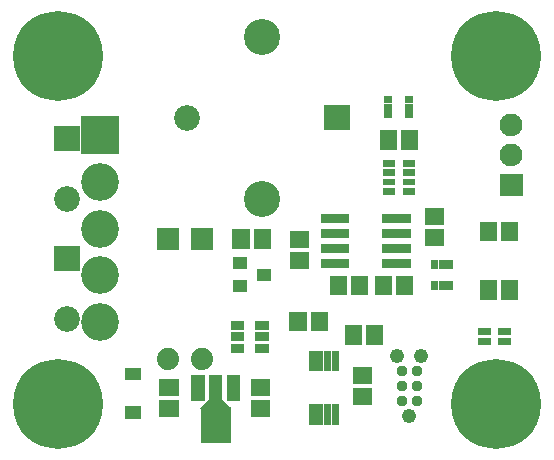
<source format=gbr>
G04 start of page 7 for group -4063 idx -4063 *
G04 Title: (unknown), componentmask *
G04 Creator: pcb 20140316 *
G04 CreationDate: Thu 21 Jan 2016 04:01:36 PM GMT UTC *
G04 For: ndholmes *
G04 Format: Gerber/RS-274X *
G04 PCB-Dimensions (mil): 1800.00 1500.00 *
G04 PCB-Coordinate-Origin: lower left *
%MOIN*%
%FSLAX25Y25*%
%LNTOPMASK*%
%ADD78R,0.1005X0.1005*%
%ADD77R,0.0420X0.0420*%
%ADD76R,0.0438X0.0438*%
%ADD75R,0.0230X0.0230*%
%ADD74C,0.0370*%
%ADD73R,0.0400X0.0400*%
%ADD72R,0.0227X0.0227*%
%ADD71R,0.0235X0.0235*%
%ADD70R,0.0300X0.0300*%
%ADD69R,0.0572X0.0572*%
%ADD68C,0.1260*%
%ADD67C,0.0860*%
%ADD66C,0.0760*%
%ADD65C,0.2997*%
%ADD64C,0.0490*%
%ADD63C,0.0740*%
%ADD62C,0.1200*%
%ADD61C,0.0001*%
G54D61*G36*
X105700Y116800D02*Y108200D01*
X114300D01*
Y116800D01*
X105700D01*
G37*
G54D62*X85000Y85500D03*
Y139500D03*
G54D63*X53500Y32000D03*
G54D64*X134000Y13000D03*
X130000Y33000D03*
X138000D03*
G54D63*X65000Y32000D03*
G54D65*X163000Y133000D03*
G54D61*G36*
X164200Y93800D02*Y86200D01*
X171800D01*
Y93800D01*
X164200D01*
G37*
G54D66*X168000Y100000D03*
Y110000D03*
G54D65*X163000Y17000D03*
G54D61*G36*
X61300Y75700D02*Y68300D01*
X68700D01*
Y75700D01*
X61300D01*
G37*
G54D67*X60000Y112500D03*
G54D65*X17000Y133000D03*
G54D61*G36*
X24700Y113000D02*Y100400D01*
X37300D01*
Y113000D01*
X24700D01*
G37*
G54D68*X31000Y91100D03*
G54D61*G36*
X15700Y109800D02*Y101200D01*
X24300D01*
Y109800D01*
X15700D01*
G37*
G54D65*X17000Y17000D03*
G54D68*X31000Y75500D03*
Y59900D03*
Y44300D03*
G54D61*G36*
X15700Y69800D02*Y61200D01*
X24300D01*
Y69800D01*
X15700D01*
G37*
G54D67*X20000Y45500D03*
Y85500D03*
G54D61*G36*
X49800Y75700D02*Y68300D01*
X57200D01*
Y75700D01*
X49800D01*
G37*
G54D69*X142107Y72500D02*X142893D01*
X142107Y79586D02*X142893D01*
G54D70*X126500Y69000D02*X133000D01*
X126500Y74000D02*X133000D01*
X126500Y79000D02*X133000D01*
G54D71*X145000Y63740D02*Y63287D01*
X142440Y63740D02*Y63287D01*
G54D69*X134086Y105393D02*Y104607D01*
X127000Y105393D02*Y104607D01*
G54D71*X126760Y118560D02*X127213D01*
X126760Y116000D02*X127213D01*
X126760Y113440D02*X127213D01*
X133787D02*X134240D01*
X133787Y116000D02*X134240D01*
X133787Y118560D02*X134240D01*
G54D72*X126369Y97299D02*X128239D01*
X126369Y94150D02*X128239D01*
X126369Y91000D02*X128239D01*
X126369Y87851D02*X128239D01*
X133065D02*X134935D01*
X133065Y91000D02*X134935D01*
X133065Y94150D02*X134935D01*
X133065Y97299D02*X134935D01*
G54D71*X142440Y56713D02*Y56260D01*
X145000Y56713D02*Y56260D01*
X147560Y56713D02*Y56260D01*
G54D69*X167543Y55393D02*Y54607D01*
X160457Y55393D02*Y54607D01*
G54D71*X147560Y63740D02*Y63287D01*
G54D69*X167543Y74893D02*Y74107D01*
X160457Y74893D02*Y74107D01*
G54D72*X158217Y41075D02*X160087D01*
X164913D02*X166783D01*
X158217Y37925D02*X160087D01*
X164913D02*X166783D01*
G54D69*X125457Y56893D02*Y56107D01*
X132543Y56893D02*Y56107D01*
G54D70*X126500Y64000D02*X133000D01*
G54D69*X117543Y56893D02*Y56107D01*
X110457Y56893D02*Y56107D01*
G54D70*X106000Y79000D02*X112500D01*
X106000Y74000D02*X112500D01*
X106000Y69000D02*X112500D01*
X106000Y64000D02*X112500D01*
G54D69*X97021Y72000D02*X97807D01*
X97021Y64914D02*X97807D01*
G54D73*X77200Y64000D02*X77800D01*
X77200Y56200D02*X77800D01*
X85400Y60100D02*X86000D01*
G54D69*X77957Y72393D02*Y71607D01*
X85043Y72393D02*Y71607D01*
X118107Y19457D02*X118893D01*
X118107Y26543D02*X118893D01*
G54D74*X136500Y18000D03*
X131500D03*
X136500Y23000D03*
X131500D03*
X136500Y28000D03*
X131500D03*
G54D75*X101662Y15945D02*Y11339D01*
X104221Y15945D02*Y11339D01*
X106779Y15945D02*Y11339D01*
X109338Y15945D02*Y11339D01*
G54D76*X75406Y24405D02*Y20311D01*
X69500Y24405D02*Y12595D01*
X63594Y24405D02*Y20311D01*
G54D69*X53607Y22543D02*X54393D01*
X53607Y15457D02*X54393D01*
G54D77*X41400Y27084D02*X42600D01*
X41400Y14184D02*X42600D01*
G54D78*X69500Y10861D02*Y8971D01*
G54D61*G36*
X71385Y18850D02*X74649Y15586D01*
X72805Y13742D01*
X69541Y17006D01*
X71385Y18850D01*
G37*
G36*
X64351Y15586D02*X67615Y18850D01*
X69459Y17006D01*
X66195Y13742D01*
X64351Y15586D01*
G37*
G54D69*X84107Y22543D02*X84893D01*
X84107Y15457D02*X84893D01*
X96957Y44893D02*Y44107D01*
X104043Y44893D02*Y44107D01*
G54D75*X109338Y33661D02*Y29055D01*
X106779Y33661D02*Y29055D01*
X104221Y33661D02*Y29055D01*
X101662Y33661D02*Y29055D01*
G54D69*X115457Y40393D02*Y39607D01*
X122543Y40393D02*Y39607D01*
G54D70*X84200Y35500D02*X85800D01*
X84200Y39400D02*X85800D01*
X76000D02*X77600D01*
X76000Y35500D02*X77600D01*
X84200Y43300D02*X85800D01*
X76000D02*X77600D01*
M02*

</source>
